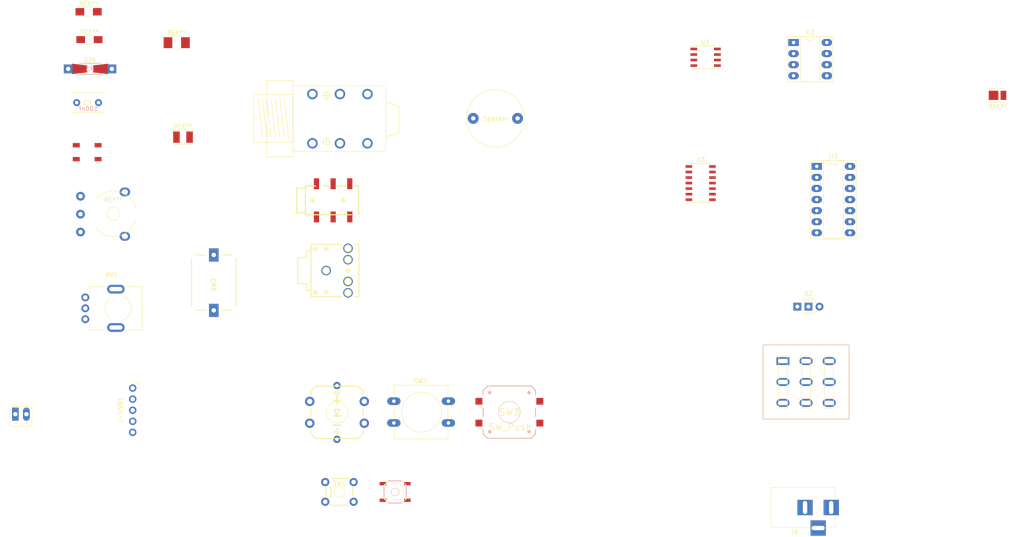
<source format=kicad_pcb>
(kicad_pcb (version 20221018) (generator pcbnew)
  (layers (0 "F.Cu" signal) (31 "B.Cu" signal) (34 "B.Paste" user) (35 "F.Paste" user) (36 "B.SilkS" user "B.Silkscreen") (37 "F.SilkS" user "F.Silkscreen") (38 "B.Mask" user) (39 "F.Mask" user) (44 "Edge.Cuts" user))
  (net 0 "")
  (footprint "8BitMixtape_DIY-CAD:AUDIO-6.5mm-JACK_Stereo_switched" (layer "F.Cu") (at 94.38218 45.52056)
    (fp_text reference "J1")
    (fp_text value "" (at 10.922 1.016) (layer "F.SilkS") (effects (font (size 1.2 1.2) (thickness 0.1524))))
    (fp_line (start -9.25322 -4.25958) (end -0.254 -4.25958) (stroke (width 0.127)) (layer "F.SilkS"))
    (fp_line (start -9.25322 1.24206) (end -9.25322 -4.25958) (stroke (width 0.127)) (layer "F.SilkS"))
    (fp_line (start -9.25322 1.24206) (end -8.35152 1.24206) (stroke (width 0.127)) (layer "F.SilkS"))
    (fp_line (start -9.25322 6.73862) (end -9.25322 1.24206) (stroke (width 0.127)) (layer "F.SilkS"))
    (fp_line (start -8.25246 -3.25882) (end -7.2517 5.73786) (stroke (width 0.127)) (layer "F.SilkS"))
    (fp_line (start -7.2517 -3.25882) (end -6.25348 5.73786) (stroke (width 0.127)) (layer "F.SilkS"))
    (fp_line (start -6.25348 -7.47776) (end -6.25348 10.01776) (stroke (width 0.127)) (layer "F.SilkS"))
    (fp_line (start -6.25348 -7.47776) (end -0.254 -7.47776) (stroke (width 0.127)) (layer "F.SilkS"))
    (fp_line (start -6.25348 -3.25882) (end -5.25272 5.73786) (stroke (width 0.127)) (layer "F.SilkS"))
    (fp_line (start -6.25348 10.01776) (end -0.254 10.01776) (stroke (width 0.127)) (layer "F.SilkS"))
    (fp_line (start -5.25272 -3.25882) (end -4.25196 5.73786) (stroke (width 0.127)) (layer "F.SilkS"))
    (fp_line (start -4.25196 -3.25882) (end -3.25374 5.73786) (stroke (width 0.127)) (layer "F.SilkS"))
    (fp_line (start -3.25374 -3.25882) (end -2.25298 5.73786) (stroke (width 0.127)) (layer "F.SilkS"))
    (fp_line (start -2.25298 -3.25882) (end -1.25222 5.73786) (stroke (width 0.127)) (layer "F.SilkS"))
    (fp_line (start -0.254 -7.47776) (end -0.254 10.01776) (stroke (width 0.127)) (layer "F.SilkS"))
    (fp_line (start -0.254 -4.25958) (end -0.254 6.73862) (stroke (width 0.127)) (layer "F.SilkS"))
    (fp_line (start -0.254 6.73862) (end -9.25322 6.73862) (stroke (width 0.127)) (layer "F.SilkS"))
    (fp_line (start 0 8.76808) (end 20.99818 8.76808) (stroke (width 0.127)) (layer "F.SilkS"))
    (fp_line (start 6.2992 -3.99796) (end 8.49884 -3.99796) (stroke (width 0.127)) (layer "F.SilkS"))
    (fp_line (start 6.2992 6.59892) (end 8.49884 6.59892) (stroke (width 0.127)) (layer "F.SilkS"))
    (fp_line (start 7.39902 -2.89814) (end 7.39902 -5.09778) (stroke (width 0.127)) (layer "F.SilkS"))
    (fp_line (start 7.39902 7.69874) (end 7.39902 5.4991) (stroke (width 0.127)) (layer "F.SilkS"))
    (fp_line (start 20.99818 -6.22808) (end 0 -6.22808) (stroke (width 0.127)) (layer "F.SilkS"))
    (fp_line (start 20.99818 8.128256) (end 20.99818 -5.589306) (stroke (width 0.127)) (layer "F.SilkS"))
    (fp_line (start 23.99792 -1.50368) (end 20.99818 -2.50444) (stroke (width 0.127)) (layer "F.SilkS"))
    (fp_line (start 23.99792 1.49606) (end 23.99792 -1.50368) (stroke (width 0.127)) (layer "F.SilkS"))
    (fp_line (start 23.99792 1.49606) (end 23.99792 4.49326) (stroke (width 0.127)) (layer "F.SilkS"))
    (fp_line (start 23.99792 4.49326) (end 20.99818 5.49148) (stroke (width 0.127)) (layer "F.SilkS"))
    (fp_circle (center 7.39902 -3.99796) (end 7.94766 -4.5466) (stroke (width 0.127)) (fill none) (layer "F.SilkS"))
    (fp_circle (center 7.39902 6.59892) (end 7.94766 7.14756) (stroke (width 0.127)) (fill none) (layer "F.SilkS"))
    (pad "1" thru_hole circle (at 4.19862 -4.34848) (size 2.39776 2.39776) (drill 1.59766) (layers "*.Cu" "*.Mask"))
    (pad "2" thru_hole circle (at 16.79956 -4.34848) (size 2.39776 2.39776) (drill 1.59766) (layers "*.Cu" "*.Mask"))
    (pad "3" thru_hole circle (at 10.49782 -4.34848) (size 2.39776 2.39776) (drill 1.59766) (layers "*.Cu" "*.Mask"))
    (pad "4" thru_hole circle (at 4.19862 6.94944) (size 2.39776 2.39776) (drill 1.59766) (layers "*.Cu" "*.Mask"))
    (pad "5" thru_hole circle (at 16.79956 6.94944) (size 2.39776 2.39776) (drill 1.59766) (layers "*.Cu" "*.Mask"))
    (pad "6" thru_hole circle (at 10.49782 6.94944) (size 2.39776 2.39776) (drill 1.59766) (layers "*.Cu" "*.Mask"))
  )
  (footprint "8BitMixtape_DIY-CAD:AUDIO-JACK-3.5mm_SMD" (layer "F.Cu") (at 96.97 65.55)
    (fp_text reference "J2")
    (fp_text value "")
    (fp_line (start -1.99898 -2.79908) (end -1.99898 2.79908) (stroke (width 0.254)) (layer "F.SilkS"))
    (fp_line (start -1.99898 2.79908) (end 0 2.79908) (stroke (width 0.254)) (layer "F.SilkS"))
    (fp_line (start 0 -3.29946) (end 0 -2.79908) (stroke (width 0.254)) (layer "F.SilkS"))
    (fp_line (start 0 -2.79908) (end -1.99898 -2.79908) (stroke (width 0.254)) (layer "F.SilkS"))
    (fp_line (start 0 -2.79908) (end 0 2.79908) (stroke (width 0.254)) (layer "F.SilkS"))
    (fp_line (start 0 2.79908) (end 0 3.29946) (stroke (width 0.254)) (layer "F.SilkS"))
    (fp_line (start 0 3.29946) (end 0.49784 3.29946) (stroke (width 0.254)) (layer "F.SilkS"))
    (fp_line (start 0.49784 -3.29946) (end 0 -3.29946) (stroke (width 0.254)) (layer "F.SilkS"))
    (fp_line (start 0.49784 -3.29946) (end 2.39776 -3.29946) (stroke (width 0.254)) (layer "F.SilkS"))
    (fp_line (start 0.49784 3.29946) (end 10.49782 3.29946) (stroke (width 0.254)) (layer "F.SilkS"))
    (fp_line (start 0.99822 0) (end 2.19964 0) (stroke (width 0.127)) (layer "F.SilkS"))
    (fp_line (start 1.59766 0.59944) (end 1.59766 -0.59944) (stroke (width 0.127)) (layer "F.SilkS"))
    (fp_line (start 3.99796 -3.29946) (end 5.3975 -3.29946) (stroke (width 0.254)) (layer "F.SilkS"))
    (fp_line (start 6.9977 -3.29946) (end 9.398 -3.29946) (stroke (width 0.254)) (layer "F.SilkS"))
    (fp_line (start 7.99846 0) (end 9.19988 0) (stroke (width 0.127)) (layer "F.SilkS"))
    (fp_line (start 8.5979 0.59944) (end 8.5979 -0.59944) (stroke (width 0.127)) (layer "F.SilkS"))
    (fp_line (start 12.19962 -3.29946) (end 10.9982 -3.29946) (stroke (width 0.254)) (layer "F.SilkS"))
    (fp_line (start 12.19962 -3.29946) (end 12.19962 3.29946) (stroke (width 0.254)) (layer "F.SilkS"))
    (fp_circle (center 1.59766 0) (end 1.89738 0.29972) (stroke (width 0.127)) (fill none) (layer "F.SilkS"))
    (fp_circle (center 8.5979 0) (end 8.89762 0.29972) (stroke (width 0.127)) (fill none) (layer "F.SilkS"))
    (pad "1" smd rect (at 2.54 -3.81) (size 1.19888 2.49936) (layers "F.Cu" "F.Paste" "F.Mask"))
    (pad "2" smd rect (at 10.16 -3.81) (size 1.19888 2.49936) (layers "F.Cu" "F.Paste" "F.Mask"))
    (pad "3" smd rect (at 6.35 -3.81) (size 1.19888 2.49936) (layers "F.Cu" "F.Paste" "F.Mask"))
    (pad "R" smd rect (at 6.35 3.81) (size 1.19888 2.49936) (layers "F.Cu" "F.Paste" "F.Mask"))
    (pad "S" smd rect (at 2.54 3.81) (size 1.19888 2.49936) (layers "F.Cu" "F.Paste" "F.Mask"))
    (pad "T" smd rect (at 10.16 3.81) (size 1.19888 2.49936) (layers "F.Cu" "F.Paste" "F.Mask"))
  )
  (footprint "8BitMixtape_DIY-CAD:AUDIO-Jack_3.5mm_5Pin" (layer "F.Cu") (at 101.73128 81.64936)
    (fp_text reference "J3")
    (fp_text value "")
    (fp_line (start -6.49986 -2.99974) (end -6.49986 2.99974) (stroke (width 0.2032)) (layer "F.SilkS"))
    (fp_line (start -6.49986 -2.99974) (end -4.49834 -2.99974) (stroke (width 0.2032)) (layer "F.SilkS"))
    (fp_line (start -6.49986 2.99974) (end -4.49834 2.99974) (stroke (width 0.2032)) (layer "F.SilkS"))
    (fp_line (start -4.49834 -4.49834) (end -4.49834 -2.99974) (stroke (width 0.2032)) (layer "F.SilkS"))
    (fp_line (start -4.49834 -4.49834) (end -3.49758 -4.49834) (stroke (width 0.2032)) (layer "F.SilkS"))
    (fp_line (start -4.49834 2.99974) (end -4.49834 4.49834) (stroke (width 0.2032)) (layer "F.SilkS"))
    (fp_line (start -4.49834 4.49834) (end -3.49758 4.49834) (stroke (width 0.2032)) (layer "F.SilkS"))
    (fp_line (start -3.49758 -5.99948) (end -3.49758 -4.49834) (stroke (width 0.2032)) (layer "F.SilkS"))
    (fp_line (start -3.49758 -5.99948) (end -3.49758 5.99948) (stroke (width 0.2032)) (layer "F.SilkS"))
    (fp_line (start -3.49758 -5.99948) (end 3.49758 -5.99948) (stroke (width 0.2032)) (layer "F.SilkS"))
    (fp_line (start -3.49758 4.49834) (end -3.49758 5.99948) (stroke (width 0.2032)) (layer "F.SilkS"))
    (fp_line (start -3.49758 5.99948) (end 3.49758 5.99948) (stroke (width 0.2032)) (layer "F.SilkS"))
    (fp_line (start -3.0988 -4.99872) (end -1.89992 -4.99872) (stroke (width 0.127)) (layer "F.SilkS"))
    (fp_line (start -3.0988 4.99872) (end -1.89992 4.99872) (stroke (width 0.127)) (layer "F.SilkS"))
    (fp_line (start -2.49936 -4.39928) (end -2.49936 -5.59816) (stroke (width 0.127)) (layer "F.SilkS"))
    (fp_line (start -2.49936 5.59816) (end -2.49936 4.39928) (stroke (width 0.127)) (layer "F.SilkS"))
    (fp_line (start -0.59944 -4.99872) (end 0.59944 -4.99872) (stroke (width 0.127)) (layer "F.SilkS"))
    (fp_line (start -0.59944 4.99872) (end 0.59944 4.99872) (stroke (width 0.127)) (layer "F.SilkS"))
    (fp_line (start 0 -4.39928) (end 0 -5.59816) (stroke (width 0.127)) (layer "F.SilkS"))
    (fp_line (start 0 5.59816) (end 0 4.39928) (stroke (width 0.127)) (layer "F.SilkS"))
    (fp_line (start 4.39928 0) (end 5.59816 0) (stroke (width 0.127)) (layer "F.SilkS"))
    (fp_line (start 4.99872 0.59944) (end 4.99872 -0.59944) (stroke (width 0.127)) (layer "F.SilkS"))
    (fp_line (start 7.49808 -5.99948) (end 6.49986 -5.99948) (stroke (width 0.2032)) (layer "F.SilkS"))
    (fp_line (start 7.49808 -5.99948) (end 7.49808 5.99948) (stroke (width 0.2032)) (layer "F.SilkS"))
    (fp_line (start 7.49808 5.99948) (end 6.49986 5.99948) (stroke (width 0.2032)) (layer "F.SilkS"))
    (fp_circle (center -2.49936 -4.99872) (end -2.79908 -5.29844) (stroke (width 0.127)) (fill none) (layer "F.SilkS"))
    (fp_circle (center -2.49936 4.99872) (end -2.79908 5.29844) (stroke (width 0.127)) (fill none) (layer "F.SilkS"))
    (fp_circle (center 0 -4.99872) (end -0.29972 -5.29844) (stroke (width 0.127)) (fill none) (layer "F.SilkS"))
    (fp_circle (center 0 0) (end -0.6096 0.6096) (fill solid) (layer "F.SilkS"))
    (fp_circle (center 0 0) (end -0.3302 0.3302) (fill solid) (layer "F.SilkS"))
    (fp_circle (center 0 4.99872) (end -0.29972 5.29844) (stroke (width 0.127)) (fill none) (layer "F.SilkS"))
    (fp_circle (center 4.99872 -5.09778) (end 5.32892 -5.42798) (fill solid) (layer "F.SilkS"))
    (fp_circle (center 4.99872 -5.09778) (end 5.60832 -5.70738) (fill solid) (layer "F.SilkS"))
    (fp_circle (center 4.99872 -2.49936) (end 5.32892 -2.82956) (fill solid) (layer "F.SilkS"))
    (fp_circle (center 4.99872 -2.49936) (end 5.60832 -3.10896) (fill solid) (layer "F.SilkS"))
    (fp_circle (center 4.99872 0) (end 5.29844 0.29972) (stroke (width 0.127)) (fill none) (layer "F.SilkS"))
    (fp_circle (center 4.99872 2.49936) (end 5.32892 2.82956) (fill solid) (layer "F.SilkS"))
    (fp_circle (center 4.99872 2.49936) (end 5.60832 3.10896) (fill solid) (layer "F.SilkS"))
    (fp_circle (center 4.99872 5.09778) (end 5.32892 5.42798) (fill solid) (layer "F.SilkS"))
    (fp_circle (center 4.99872 5.09778) (end 5.60832 5.70738) (fill solid) (layer "F.SilkS"))
    (pad "1" thru_hole circle (at 0 0) (size 2.18186 2.18186) (drill 1.29794) (layers "*.Cu" "*.Mask"))
    (pad "2" thru_hole circle (at 4.99872 5.09778) (size 2.18186 2.18186) (drill 1.29794) (layers "*.Cu" "*.Mask"))
    (pad "3" thru_hole circle (at 4.99872 -5.09778) (size 2.18186 2.18186) (drill 1.29794) (layers "*.Cu" "*.Mask"))
    (pad "5" thru_hole circle (at 4.99872 2.49936) (size 2.18186 2.18186) (drill 1.29794) (layers "*.Cu" "*.Mask"))
    (pad "6" thru_hole circle (at 4.99872 -2.49936) (size 2.18186 2.18186) (drill 1.29794) (layers "*.Cu" "*.Mask"))
  )
  (footprint "8BitMixtape_Stomp:BUZZER" (layer "F.Cu") (at 140.49 46.75)
    (fp_text reference "LS1")
    (fp_text value "Speaker" (at 0.15 0.08) (layer "F.SilkS"))
    (fp_circle (center 0 0) (end 6.604 0) (stroke (width 0.12)) (fill none) (layer "F.SilkS"))
    (pad "1" thru_hole circle (at -5.08 0) (size 2.49936 2.49936) (drill 1.00076) (layers "*.Cu" "*.Mask"))
    (pad "2" thru_hole circle (at 5.08 0) (size 2.49936 2.49936) (drill 1.00076) (layers "*.Cu" "*.Mask"))
  )
  (footprint "8BitMixtape_Stomp:TACTILE-PTH-LED-12MM" (layer "F.Cu") (at 104.21 114.15)
    (fp_text reference "SW3")
    (fp_text value "SW_Push")
    (fp_text user "-" (at 0.04318 0.66548) (layer "F.SilkS") (effects (font (size 2.18186 2.18186) (thickness 0.3302))))
    (fp_text user "-" (at -0.00762 2.79908) (layer "F.SilkS") (effects (font (size 2.18186 2.18186) (thickness 0.3302))))
    (fp_text user "+" (at 0.04318 -2.87782) (layer "F.SilkS") (effects (font (size 2.18186 2.18186) (thickness 0.3302))))
    (fp_line (start -5.99948 -4.84886) (end -4.84886 -5.99948) (stroke (width 0.2032)) (layer "F.SilkS"))
    (fp_line (start -5.99948 -3.99796) (end -5.99948 -4.84886) (stroke (width 0.2032)) (layer "F.SilkS"))
    (fp_line (start -5.99948 0.99822) (end -5.99948 -0.99822) (stroke (width 0.2032)) (layer "F.SilkS"))
    (fp_line (start -5.99948 4.84886) (end -5.99948 3.99796) (stroke (width 0.2032)) (layer "F.SilkS"))
    (fp_line (start -4.84886 -5.99948) (end 4.84886 -5.99948) (stroke (width 0.2032)) (layer "F.SilkS"))
    (fp_line (start -4.84886 5.99948) (end -5.99948 4.84886) (stroke (width 0.2032)) (layer "F.SilkS"))
    (fp_line (start -0.79756 -4.49834) (end 0.79756 -4.49834) (stroke (width 0.127)) (layer "F.SilkS"))
    (fp_line (start -0.79756 4.49834) (end 0.79756 4.49834) (stroke (width 0.127)) (layer "F.SilkS"))
    (fp_line (start -0.635 -0.635) (end 0 0.635) (stroke (width 0.3048)) (layer "F.SilkS"))
    (fp_line (start 0 -3.69824) (end 0 -5.29844) (stroke (width 0.127)) (layer "F.SilkS"))
    (fp_line (start 0 -0.635) (end -0.635 -0.635) (stroke (width 0.3048)) (layer "F.SilkS"))
    (fp_line (start 0 0.635) (end 0.635 -0.635) (stroke (width 0.3048)) (layer "F.SilkS"))
    (fp_line (start 0 5.29844) (end 0 3.69824) (stroke (width 0.127)) (layer "F.SilkS"))
    (fp_line (start 0.635 -0.635) (end 0 -0.635) (stroke (width 0.3048)) (layer "F.SilkS"))
    (fp_line (start 4.84886 -5.99948) (end 5.99948 -4.84886) (stroke (width 0.2032)) (layer "F.SilkS"))
    (fp_line (start 4.84886 5.99948) (end -4.84886 5.99948) (stroke (width 0.2032)) (layer "F.SilkS"))
    (fp_line (start 5.99948 -4.84886) (end 5.99948 -3.99796) (stroke (width 0.2032)) (layer "F.SilkS"))
    (fp_line (start 5.99948 -0.99822) (end 5.99948 0.99822) (stroke (width 0.2032)) (layer "F.SilkS"))
    (fp_line (start 5.99948 3.99796) (end 5.99948 4.84886) (stroke (width 0.2032)) (layer "F.SilkS"))
    (fp_line (start 5.99948 4.84886) (end 4.84886 5.99948) (stroke (width 0.2032)) (layer "F.SilkS"))
    (fp_circle (center 0 -4.49834) (end -0.39878 -4.89712) (stroke (width 0.127)) (fill none) (layer "F.SilkS"))
    (fp_circle (center 0 0) (end -1.74752 1.74752) (stroke (width 0.1016)) (fill none) (layer "F.SilkS"))
    (fp_circle (center 0 4.49834) (end -0.39878 4.89712) (stroke (width 0.127)) (fill none) (layer "F.SilkS"))
    (pad "1" thru_hole circle (at -6.2484 -2.49936) (size 2.159 2.159) (drill 1.19888) (layers "*.Cu" "*.Mask"))
    (pad "1" thru_hole circle (at 6.2484 -2.49936) (size 2.159 2.159) (drill 1.19888) (layers "*.Cu" "*.Mask"))
    (pad "2" thru_hole circle (at -6.2484 2.49936) (size 2.159 2.159) (drill 1.19888) (layers "*.Cu" "*.Mask"))
    (pad "2" thru_hole circle (at 6.2484 2.49936) (size 2.159 2.159) (drill 1.19888) (layers "*.Cu" "*.Mask"))
    (pad "A" thru_hole circle (at -0.01524 -6.13918) (size 1.6764 1.6764) (drill 0.79756) (layers "*.Cu" "*.Mask"))
    (pad "C" thru_hole circle (at -0.01524 6.19252) (size 1.6764 1.6764) (drill 0.79756) (layers "*.Cu" "*.Mask"))
  )
  (footprint "8BitMixtape_Stomp:TACTILE-PTH_6mm" (layer "F.Cu") (at 104.76 132.4)
    (fp_text reference "SW1" (at 0 -2.032) (layer "F.SilkS") (effects (font (thickness 0.127))))
    (fp_text value "SW_Push")
    (fp_line (start -3.048 -1.02616) (end -3.048 1.016) (stroke (width 0.2032)) (layer "F.SilkS"))
    (fp_line (start -2.159 3.048) (end 2.159 3.048) (stroke (width 0.2032)) (layer "F.SilkS"))
    (fp_line (start -2.032 -1.27) (end -2.032 -0.508) (stroke (width 0.2032)) (layer "F.SilkS"))
    (fp_line (start -2.032 -0.508) (end -1.651 0.381) (stroke (width 0.2032)) (layer "F.SilkS"))
    (fp_line (start -2.032 0.508) (end -2.032 1.27) (stroke (width 0.2032)) (layer "F.SilkS"))
    (fp_line (start 2.159 -3.048) (end -2.159 -3.048) (stroke (width 0.2032)) (layer "F.SilkS"))
    (fp_line (start 3.048 -0.99568) (end 3.048 1.016) (stroke (width 0.2032)) (layer "F.SilkS"))
    (fp_circle (center 0 0) (end -0.889 0.889) (stroke (width 0.1016)) (fill none) (layer "F.SilkS"))
    (pad "1" thru_hole circle (at -3.2512 -2.2606) (size 1.8796 1.8796) (drill 1.016) (layers "*.Cu" "*.Mask"))
    (pad "1" thru_hole circle (at 3.2512 -2.2606) (size 1.8796 1.8796) (drill 1.016) (layers "*.Cu" "*.Mask"))
    (pad "2" thru_hole circle (at -3.2512 2.2606) (size 1.8796 1.8796) (drill 1.016) (layers "*.Cu" "*.Mask"))
    (pad "2" thru_hole circle (at 3.2512 2.2606) (size 1.8796 1.8796) (drill 1.016) (layers "*.Cu" "*.Mask"))
  )
  (footprint "8BitMixtape_Stomp:Socket_Strip_USB" (layer "F.Cu") (at 57.4 108.59)
    (fp_text reference "J-USB1" (at -2.794 5.08 270) (layer "F.SilkS"))
    (fp_text value "CONN_01X05")
    (fp_line (start 0 -1.27) (end 1.27 -1.27) (stroke (width 0.12)) (layer "F.SilkS"))
    (fp_line (start 1.27 -1.27) (end 1.27 0) (stroke (width 0.12)) (layer "F.SilkS"))
    (pad "1" thru_hole circle (at 0 0) (size 1.7 1.7) (drill 1) (layers "*.Cu" "*.Mask"))
    (pad "2" thru_hole oval (at 0 2.54) (size 1.7 1.7) (drill 1) (layers "*.Cu" "*.Mask"))
    (pad "3" thru_hole oval (at 0 5.08) (size 1.7 1.7) (drill 1) (layers "*.Cu" "*.Mask"))
    (pad "4" thru_hole oval (at 0 7.62) (size 1.7 1.7) (drill 1) (layers "*.Cu" "*.Mask"))
    (pad "5" thru_hole oval (at 0 10.16) (size 1.7 1.7) (drill 1) (layers "*.Cu" "*.Mask"))
  )
  (footprint "8BitMixtape_Stomp:SW_PUSH-12mm_3D" (layer "F.Cu") (at 123.59 114.13)
    (fp_text reference "SW2" (at -0.2827 -7.2) (layer "F.SilkS"))
    (fp_text value "SW_Push")
    (fp_line (start -6.2627 -6.19) (end 6.0373 -6.19) (stroke (width 0.12)) (layer "F.SilkS"))
    (fp_line (start -6.2627 -3.47) (end -6.2627 -6.19) (stroke (width 0.12)) (layer "F.SilkS"))
    (fp_line (start -6.2627 1.53) (end -6.2627 -1.61) (stroke (width 0.12)) (layer "F.SilkS"))
    (fp_line (start -6.2627 6.11) (end -6.2627 3.39) (stroke (width 0.12)) (layer "F.SilkS"))
    (fp_line (start 6.0373 -6.19) (end 6.0373 -3.47) (stroke (width 0.12)) (layer "F.SilkS"))
    (fp_line (start 6.0373 -1.61) (end 6.0373 1.53) (stroke (width 0.12)) (layer "F.SilkS"))
    (fp_line (start 6.0373 3.39) (end 6.0373 6.11) (stroke (width 0.12)) (layer "F.SilkS"))
    (fp_line (start 6.0373 6.11) (end -6.2627 6.11) (stroke (width 0.12)) (layer "F.SilkS"))
    (fp_circle (center -0.0127 0) (end 3.7973 2.54) (stroke (width 0.12)) (fill none) (layer "F.SilkS"))
    (pad "1" thru_hole oval (at -6.3627 -2.54) (size 3.048 1.7272) (drill 0.8128) (layers "*.Cu" "*.Mask"))
    (pad "1" thru_hole oval (at 6.1373 -2.54) (size 3.048 1.7272) (drill 0.8128) (layers "*.Cu" "*.Mask"))
    (pad "2" thru_hole oval (at -6.3627 2.46) (size 3.048 1.7272) (drill 0.8128) (layers "*.Cu" "*.Mask"))
    (pad "2" thru_hole oval (at 6.1373 2.46) (size 3.048 1.7272) (drill 0.8128) (layers "*.Cu" "*.Mask"))
  )
  (footprint "8BitMixtape_Stomp:Resistor_SMD+THTuniversal" (layer "F.Cu") (at 47.64 35.41)
    (fp_text reference "R3" (at 0 0) (layer "B.SilkS") (effects (justify mirror)))
    (fp_text value "22K" (at 0 -2.032) (layer "F.SilkS"))
    (fp_line (start -2.54 -1.27) (end 2.54 -1.27) (stroke (width 0.15)) (layer "B.SilkS"))
    (fp_line (start -2.54 1.27) (end 2.54 1.27) (stroke (width 0.15)) (layer "B.SilkS"))
    (pad "1" thru_hole rect (at -5.00126 0 180) (size 1.99898 1.99898) (drill 1.00076) (layers "*.Cu" "*.Mask"))
    (pad "1" smd trapezoid (at -2.413 0) (size 3.50012 1.99898) (rect_delta 0.39878 0) (layers "F.Cu" "F.Paste" "F.Mask"))
    (pad "2" smd trapezoid (at 2.413 0 180) (size 3.50012 1.99898) (rect_delta 0.39878 0) (layers "F.Cu" "F.Paste" "F.Mask"))
    (pad "2" thru_hole rect (at 5.00126 0 180) (size 1.99898 1.99898) (drill 1.00076) (layers "*.Cu" "*.Mask"))
  )
  (footprint "8BitMixtape_Stomp:Mixtape_Pot_Alps_RK09K_Horizontal" (layer "F.Cu") (at 46.55 92.8)
    (fp_text reference "RV1" (at 6.05 -10.15) (layer "F.SilkS"))
    (fp_text value "POT 10K lin")
    (fp_line (start 0.94 -7.461) (end 0.94 -5.825) (stroke (width 0.12)) (layer "F.SilkS"))
    (fp_line (start 0.94 -7.461) (end 4.806 -7.461) (stroke (width 0.12)) (layer "F.SilkS"))
    (fp_line (start 0.94 -4.175) (end 0.94 -3.325) (stroke (width 0.12)) (layer "F.SilkS"))
    (fp_line (start 0.94 -1.675) (end 0.94 -0.825) (stroke (width 0.12)) (layer "F.SilkS"))
    (fp_line (start 0.94 0.825) (end 0.94 2.46) (stroke (width 0.12)) (layer "F.SilkS"))
    (fp_line (start 0.94 2.46) (end 4.806 2.46) (stroke (width 0.12)) (layer "F.SilkS"))
    (fp_line (start 9.195 -7.461) (end 13.06 -7.461) (stroke (width 0.12)) (layer "F.SilkS"))
    (fp_line (start 9.195 2.46) (end 13.06 2.46) (stroke (width 0.12)) (layer "F.SilkS"))
    (fp_line (start 13.06 -7.461) (end 13.06 2.46) (stroke (width 0.12)) (layer "F.SilkS"))
    (fp_arc (start 5.571705 -0.202247) (mid 4.500335 -2.500192) (end 5.572 -4.798) (stroke (width 0.12)) (layer "F.SilkS"))
    (fp_arc (start 8.671982 -5.262432) (mid 10.500762 -2.500553) (end 8.673 0.262) (stroke (width 0.12)) (layer "F.SilkS"))
    (pad "" np_thru_hole oval (at 7 -6.9) (size 4 2) (drill oval 3 1) (layers "*.Cu" "*.Mask"))
    (pad "" np_thru_hole oval (at 7 1.9) (size 4 2) (drill oval 3 1) (layers "*.Cu" "*.Mask"))
    (pad "1" thru_hole circle (at 0 0) (size 1.8 1.8) (drill 1) (layers "*.Cu" "*.Mask"))
    (pad "2" thru_hole circle (at 0 -2.5) (size 1.8 1.8) (drill 1) (layers "*.Cu" "*.Mask"))
    (pad "3" thru_hole circle (at 0 -5) (size 1.8 1.8) (drill 1) (layers "*.Cu" "*.Mask"))
  )
  (footprint "8BitMixtape_Stomp:Mixtape_NEO_WS2812B" (layer "F.Cu") (at 46.98 54.51)
    (fp_text reference "" (at 0 6.35) (layer "F.SilkS"))
    (fp_text value "NEO")
    (pad "1" smd rect (at -2.5 -1.6) (size 1.6 1) (layers "F.Cu" "F.Paste" "F.Mask"))
    (pad "2" smd rect (at -2.5 1.6) (size 1.6 1) (layers "F.Cu" "F.Paste" "F.Mask"))
    (pad "3" smd rect (at 2.5 1.6) (size 1.6 1) (layers "F.Cu" "F.Paste" "F.Mask"))
    (pad "4" smd rect (at 2.5 -1.6) (size 1.6 1) (layers "F.Cu" "F.Paste" "F.Mask"))
  )
  (footprint "8BitMixtape_Stomp:Capacitor" (layer "F.Cu") (at 44.58 43.14)
    (fp_text reference "C1" (at 2.54 0) (layer "F.SilkS"))
    (fp_text value "100nF" (at 2.54 1.4) (layer "B.SilkS") (effects (justify mirror)))
    (fp_line (start -1.31 -2.26) (end 6.31 -2.26) (stroke (width 0.12)) (layer "F.SilkS"))
    (fp_line (start -1.31 2.26) (end 6.31 2.26) (stroke (width 0.12)) (layer "F.SilkS"))
    (pad "1" thru_hole circle (at 0 0) (size 1.6 1.6) (drill 0.8) (layers "*.Cu" "*.Mask"))
    (pad "2" thru_hole circle (at 5 0) (size 1.6 1.6) (drill 0.8) (layers "*.Cu" "*.Mask"))
  )
  (footprint "8BitMixtape_Stomp:Bat_connector+-" (layer "F.Cu") (at 30.52 114.57)
    (fp_text reference "BT1")
    (fp_text value "Battery_Cell")
    (fp_text user "+" (at 2.54 2.032) (layer "F.SilkS"))
    (fp_text user "-" (at 0 2.032) (layer "F.SilkS"))
    (fp_line (start -1.27 -1.778) (end -1.27 2.794) (stroke (width 0.12)) (layer "F.SilkS"))
    (fp_line (start -1.27 -1.778) (end 3.81 -1.778) (stroke (width 0.12)) (layer "F.SilkS"))
    (fp_line (start 3.81 -1.778) (end 3.81 2.794) (stroke (width 0.12)) (layer "F.SilkS"))
    (fp_line (start 3.81 2.794) (end -1.27 2.794) (stroke (width 0.12)) (layer "F.SilkS"))
    (pad "1" thru_hole oval (at 2.54 0) (size 1.51 3.01) (drill 1) (layers "*.Cu" "*.Mask"))
    (pad "2" thru_hole rect (at 0 0) (size 1.51 3.01) (drill 1) (layers "*.Cu" "*.Mask"))
  )
  (footprint "8BitMixtapes_all:C_1206_mixtapeStyle" (layer "F.Cu") (at 47.49 28.69)
    (fp_text reference "REF**" (at 0 -1.75) (layer "F.SilkS"))
    (fp_text value "C_1206_HandSoldering")
    (fp_line (start -1 1.02) (end 1 1.02) (stroke (width 0.12)) (layer "F.SilkS"))
    (fp_line (start 1 -1.02) (end -1 -1.02) (stroke (width 0.12)) (layer "F.SilkS"))
    (pad "1" smd rect (at -2 0) (size 2 1.6) (layers "F.Cu" "F.Paste" "F.Mask"))
    (pad "2" smd rect (at 2 0) (size 2 1.6) (layers "F.Cu" "F.Paste" "F.Mask"))
  )
  (footprint "8BitMixtapes_all:TACTILE-SMD-12MM" (layer "F.Cu") (at 143.69 114.12)
    (fp_text reference "SW3" (at 0 0) (layer "F.SilkS") (effects (font (size 1.524 1.524))))
    (fp_text value "SW_Push" (at 0.18288 3.41376) (layer "F.SilkS") (effects (font (size 1.524 1.524))))
    (fp_line (start -5.99948 -3.99796) (end -5.99948 -4.99872) (stroke (width 0.2032)) (layer "B.SilkS"))
    (fp_line (start -5.99948 0.99822) (end -5.99948 -0.99822) (stroke (width 0.2032)) (layer "B.SilkS"))
    (fp_line (start -5.99948 4.99872) (end -5.99948 3.99796) (stroke (width 0.2032)) (layer "B.SilkS"))
    (fp_line (start -5.99948 4.99872) (end -4.99872 5.99948) (stroke (width 0.2032)) (layer "B.SilkS"))
    (fp_line (start -4.99872 -5.99948) (end -5.99948 -4.99872) (stroke (width 0.2032)) (layer "B.SilkS"))
    (fp_line (start -4.99872 -5.99948) (end 4.99872 -5.99948) (stroke (width 0.2032)) (layer "B.SilkS"))
    (fp_line (start 4.99872 5.99948) (end -4.99872 5.99948) (stroke (width 0.2032)) (layer "B.SilkS"))
    (fp_line (start 5.99948 -4.99872) (end 4.99872 -5.99948) (stroke (width 0.2032)) (layer "B.SilkS"))
    (fp_line (start 5.99948 -4.99872) (end 5.99948 -3.99796) (stroke (width 0.2032)) (layer "B.SilkS"))
    (fp_line (start 5.99948 -0.99822) (end 5.99948 0.99822) (stroke (width 0.2032)) (layer "B.SilkS"))
    (fp_line (start 5.99948 3.99796) (end 5.99948 4.99872) (stroke (width 0.2032)) (layer "B.SilkS"))
    (fp_line (start 5.99948 4.99872) (end 4.99872 5.99948) (stroke (width 0.2032)) (layer "B.SilkS"))
    (fp_circle (center -4.49834 -4.49834) (end -4.6482 -4.6482) (stroke (width 0.34798)) (fill none) (layer "B.SilkS"))
    (fp_circle (center -4.49834 4.49834) (end -4.6482 4.6482) (stroke (width 0.34798)) (fill none) (layer "B.SilkS"))
    (fp_circle (center 0 0) (end -1.74752 1.74752) (stroke (width 0.1016)) (fill none) (layer "B.SilkS"))
    (fp_circle (center 4.49834 -4.49834) (end 4.6482 -4.6482) (stroke (width 0.34798)) (fill none) (layer "B.SilkS"))
    (fp_circle (center 4.49834 4.49834) (end 4.6482 4.6482) (stroke (width 0.34798)) (fill none) (layer "B.SilkS"))
    (pad "1" smd rect (at -6.97484 2.49936) (size 1.59766 1.5494) (layers "F.Cu" "F.Paste" "F.Mask"))
    (pad "1" smd rect (at 6.97484 2.49936) (size 1.59766 1.5494) (layers "F.Cu" "F.Paste" "F.Mask"))
    (pad "2" smd rect (at -6.97484 -2.49936) (size 1.59766 1.5494) (layers "F.Cu" "F.Paste" "F.Mask"))
    (pad "2" smd rect (at 6.97484 -2.49936) (size 1.59766 1.5494) (layers "F.Cu" "F.Paste" "F.Mask"))
  )
  (footprint "SparkFun-Electromechanical:TACTILE-SWITCH-SMD" (layer "F.Cu") (at 117.52 132.41)
    (fp_text reference ">NAME" (at 0.127 -1.9812) (layer "B.SilkS") (effects (font (size 0.4064 0.4064) (thickness 0.0254))))
    (fp_text value ">VALUE" (at 0.3302 1.8288) (layer "B.SilkS") (effects (font (size 0.4064 0.4064) (thickness 0.0254))))
    (fp_line (start -2.54 1.23952) (end -2.54 -1.27) (stroke (width 0.2032)) (layer "B.SilkS"))
    (fp_line (start -1.53924 -2.54) (end 1.53924 -2.54) (stroke (width 0.2032)) (layer "B.SilkS"))
    (fp_line (start 1.53924 2.54) (end -1.53924 2.54) (stroke (width 0.2032)) (layer "B.SilkS"))
    (fp_line (start 2.54 -1.23952) (end 2.54 1.23952) (stroke (width 0.2032)) (layer "B.SilkS"))
    (fp_circle (center 0 0) (end -0.635 0.635) (stroke (width 0.1016)) (fill none) (layer "B.SilkS"))
    (fp_line (start -2.54 -1.53924) (end -1.53924 -2.54) (stroke (width 0.2032)) (layer "F.SilkS"))
    (fp_line (start -1.53924 2.54) (end -2.54 1.53924) (stroke (width 0.2032)) (layer "F.SilkS"))
    (fp_line (start 1.53924 -2.54) (end 2.54 -1.53924) (stroke (width 0.2032)) (layer "F.SilkS"))
    (fp_line (start 1.905 -1.27) (end 1.905 -0.4445) (stroke (width 0.127)) (layer "F.SilkS"))
    (fp_line (start 1.905 -0.4445) (end 2.159 0.00762) (stroke (width 0.127)) (layer "F.SilkS"))
    (fp_line (start 1.905 0.2286) (end 1.905 1.11252) (stroke (width 0.127)) (layer "F.SilkS"))
    (fp_line (start 2.54 1.53924) (end 1.53924 2.54) (stroke (width 0.2032)) (layer "F.SilkS"))
    (pad "1" smd rect (at -2.794 -1.905 90) (size 0.762 1.524) (layers "F.Cu" "F.Paste" "F.Mask"))
    (pad "2" smd rect (at 2.794 -1.905 90) (size 0.762 1.524) (layers "F.Cu" "F.Paste" "F.Mask"))
    (pad "3" smd rect (at -2.794 1.905 90) (size 0.762 1.524) (layers "F.Cu" "F.Paste" "F.Mask"))
    (pad "4" smd rect (at 2.794 1.905 90) (size 0.762 1.524) (layers "F.Cu" "F.Paste" "F.Mask"))
  )
  (footprint "Housings_SOIC:SOIC-8_3.9x4.9mm_Pitch1.27mm" (layer "F.Cu") (at 188.64 32.745)
    (fp_text reference "U1" (at 0 -3.5) (layer "F.SilkS"))
    (fp_text value "ATTINY85-20PU")
    (fp_line (start -2.075 -2.575) (end -2.075 -2.525) (stroke (width 0.15)) (layer "F.SilkS"))
    (fp_line (start -2.075 -2.575) (end 2.075 -2.575) (stroke (width 0.15)) (layer "F.SilkS"))
    (fp_line (start -2.075 -2.525) (end -3.475 -2.525) (stroke (width 0.15)) (layer "F.SilkS"))
    (fp_line (start -2.075 2.575) (end -2.075 2.43) (stroke (width 0.15)) (layer "F.SilkS"))
    (fp_line (start -2.075 2.575) (end 2.075 2.575) (stroke (width 0.15)) (layer "F.SilkS"))
    (fp_line (start 2.075 -2.575) (end 2.075 -2.43) (stroke (width 0.15)) (layer "F.SilkS"))
    (fp_line (start 2.075 2.575) (end 2.075 2.43) (stroke (width 0.15)) (layer "F.SilkS"))
    (pad "1" smd rect (at -2.7 -1.905) (size 1.55 0.6) (layers "F.Cu" "F.Paste" "F.Mask"))
    (pad "2" smd rect (at -2.7 -0.635) (size 1.55 0.6) (layers "F.Cu" "F.Paste" "F.Mask"))
    (pad "3" smd rect (at -2.7 0.635) (size 1.55 0.6) (layers "F.Cu" "F.Paste" "F.Mask"))
    (pad "4" smd rect (at -2.7 1.905) (size 1.55 0.6) (layers "F.Cu" "F.Paste" "F.Mask"))
    (pad "5" smd rect (at 2.7 1.905) (size 1.55 0.6) (layers "F.Cu" "F.Paste" "F.Mask"))
    (pad "6" smd rect (at 2.7 0.635) (size 1.55 0.6) (layers "F.Cu" "F.Paste" "F.Mask"))
    (pad "7" smd rect (at 2.7 -0.635) (size 1.55 0.6) (layers "F.Cu" "F.Paste" "F.Mask"))
    (pad "8" smd rect (at 2.7 -1.905) (size 1.55 0.6) (layers "F.Cu" "F.Paste" "F.Mask"))
  )
  (footprint "Housings_DIP:DIP-8_W7.62mm_Socket_LongPads" (layer "F.Cu") (at 208.79 29.36)
    (fp_text reference "U2" (at 3.81 -2.33) (layer "F.SilkS"))
    (fp_text value "ATTINY85-20SU")
    (fp_line (start -1.44 -1.39) (end -1.44 9.01) (stroke (width 0.12)) (layer "F.SilkS"))
    (fp_line (start -1.44 9.01) (end 9.06 9.01) (stroke (width 0.12)) (layer "F.SilkS"))
    (fp_line (start 1.56 -1.33) (end 1.56 8.95) (stroke (width 0.12)) (layer "F.SilkS"))
    (fp_line (start 1.56 8.95) (end 6.06 8.95) (stroke (width 0.12)) (layer "F.SilkS"))
    (fp_line (start 2.81 -1.33) (end 1.56 -1.33) (stroke (width 0.12)) (layer "F.SilkS"))
    (fp_line (start 6.06 -1.33) (end 4.81 -1.33) (stroke (width 0.12)) (layer "F.SilkS"))
    (fp_line (start 6.06 8.95) (end 6.06 -1.33) (stroke (width 0.12)) (layer "F.SilkS"))
    (fp_line (start 9.06 -1.39) (end -1.44 -1.39) (stroke (width 0.12)) (layer "F.SilkS"))
    (fp_line (start 9.06 9.01) (end 9.06 -1.39) (stroke (width 0.12)) (layer "F.SilkS"))
    (fp_arc (start 4.81 -1.33) (mid 3.81 -0.33) (end 2.81 -1.33) (stroke (width 0.12)) (layer "F.SilkS"))
    (pad "1" thru_hole rect (at 0 0) (size 2.4 1.6) (drill 0.8) (layers "*.Cu" "*.Mask"))
    (pad "2" thru_hole oval (at 0 2.54) (size 2.4 1.6) (drill 0.8) (layers "*.Cu" "*.Mask"))
    (pad "3" thru_hole oval (at 0 5.08) (size 2.4 1.6) (drill 0.8) (layers "*.Cu" "*.Mask"))
    (pad "4" thru_hole oval (at 0 7.62) (size 2.4 1.6) (drill 0.8) (layers "*.Cu" "*.Mask"))
    (pad "5" thru_hole oval (at 7.62 7.62) (size 2.4 1.6) (drill 0.8) (layers "*.Cu" "*.Mask"))
    (pad "6" thru_hole oval (at 7.62 5.08) (size 2.4 1.6) (drill 0.8) (layers "*.Cu" "*.Mask"))
    (pad "7" thru_hole oval (at 7.62 2.54) (size 2.4 1.6) (drill 0.8) (layers "*.Cu" "*.Mask"))
    (pad "8" thru_hole oval (at 7.62 0) (size 2.4 1.6) (drill 0.8) (layers "*.Cu" "*.Mask"))
  )
  (footprint "Housings_DIP:DIP-14_W7.62mm_Socket_LongPads" (layer "F.Cu") (at 214.1 57.75)
    (fp_text reference "U3" (at 3.81 -2.33) (layer "F.SilkS"))
    (fp_text value "4011")
    (fp_line (start -1.44 -1.39) (end -1.44 16.63) (stroke (width 0.12)) (layer "F.SilkS"))
    (fp_line (start -1.44 16.63) (end 9.06 16.63) (stroke (width 0.12)) (layer "F.SilkS"))
    (fp_line (start 1.56 -1.33) (end 1.56 16.57) (stroke (width 0.12)) (layer "F.SilkS"))
    (fp_line (start 1.56 16.57) (end 6.06 16.57) (stroke (width 0.12)) (layer "F.SilkS"))
    (fp_line (start 2.81 -1.33) (end 1.56 -1.33) (stroke (width 0.12)) (layer "F.SilkS"))
    (fp_line (start 6.06 -1.33) (end 4.81 -1.33) (stroke (width 0.12)) (layer "F.SilkS"))
    (fp_line (start 6.06 16.57) (end 6.06 -1.33) (stroke (width 0.12)) (layer "F.SilkS"))
    (fp_line (start 9.06 -1.39) (end -1.44 -1.39) (stroke (width 0.12)) (layer "F.SilkS"))
    (fp_line (start 9.06 16.63) (end 9.06 -1.39) (stroke (width 0.12)) (layer "F.SilkS"))
    (fp_arc (start 4.81 -1.33) (mid 3.81 -0.33) (end 2.81 -1.33) (stroke (width 0.12)) (layer "F.SilkS"))
    (pad "1" thru_hole rect (at 0 0) (size 2.4 1.6) (drill 0.8) (layers "*.Cu" "*.Mask"))
    (pad "2" thru_hole oval (at 0 2.54) (size 2.4 1.6) (drill 0.8) (layers "*.Cu" "*.Mask"))
    (pad "3" thru_hole oval (at 0 5.08) (size 2.4 1.6) (drill 0.8) (layers "*.Cu" "*.Mask"))
    (pad "4" thru_hole oval (at 0 7.62) (size 2.4 1.6) (drill 0.8) (layers "*.Cu" "*.Mask"))
    (pad "5" thru_hole oval (at 0 10.16) (size 2.4 1.6) (drill 0.8) (layers "*.Cu" "*.Mask"))
    (pad "6" thru_hole oval (at 0 12.7) (size 2.4 1.6) (drill 0.8) (layers "*.Cu" "*.Mask"))
    (pad "7" thru_hole oval (at 0 15.24) (size 2.4 1.6) (drill 0.8) (layers "*.Cu" "*.Mask"))
    (pad "8" thru_hole oval (at 7.62 15.24) (size 2.4 1.6) (drill 0.8) (layers "*.Cu" "*.Mask"))
    (pad "9" thru_hole oval (at 7.62 12.7) (size 2.4 1.6) (drill 0.8) (layers "*.Cu" "*.Mask"))
    (pad "10" thru_hole oval (at 7.62 10.16) (size 2.4 1.6) (drill 0.8) (layers "*.Cu" "*.Mask"))
    (pad "11" thru_hole oval (at 7.62 7.62) (size 2.4 1.6) (drill 0.8) (layers "*.Cu" "*.Mask"))
    (pad "12" thru_hole oval (at 7.62 5.08) (size 2.4 1.6) (drill 0.8) (layers "*.Cu" "*.Mask"))
    (pad "13" thru_hole oval (at 7.62 2.54) (size 2.4 1.6) (drill 0.8) (layers "*.Cu" "*.Mask"))
    (pad "14" thru_hole oval (at 7.62 0) (size 2.4 1.6) (drill 0.8) (layers "*.Cu" "*.Mask"))
  )
  (footprint "Housings_SOIC:SOIC-14_3.9x8.7mm_Pitch1.27mm" (layer "F.Cu") (at 187.51 61.59)
    (fp_text reference "U3" (at 0 -5.375) (layer "F.SilkS"))
    (fp_text value "4011")
    (fp_line (start -2.075 -4.45) (end -2.075 -4.425) (stroke (width 0.15)) (layer "F.SilkS"))
    (fp_line (start -2.075 -4.45) (end 2.075 -4.45) (stroke (width 0.15)) (layer "F.SilkS"))
    (fp_line (start -2.075 -4.425) (end -3.45 -4.425) (stroke (width 0.15)) (layer "F.SilkS"))
    (fp_line (start -2.075 4.45) (end -2.075 4.335) (stroke (width 0.15)) (layer "F.SilkS"))
    (fp_line (start -2.075 4.45) (end 2.075 4.45) (stroke (width 0.15)) (layer "F.SilkS"))
    (fp_line (start 2.075 -4.45) (end 2.075 -4.335) (stroke (width 0.15)) (layer "F.SilkS"))
    (fp_line (start 2.075 4.45) (end 2.075 4.335) (stroke (width 0.15)) (layer "F.SilkS"))
    (pad "1" smd rect (at -2.7 -3.81) (size 1.5 0.6) (layers "F.Cu" "F.Paste" "F.Mask"))
    (pad "2" smd rect (at -2.7 -2.54) (size 1.5 0.6) (layers "F.Cu" "F.Paste" "F.Mask"))
    (pad "3" smd rect (at -2.7 -1.27) (size 1.5 0.6) (layers "F.Cu" "F.Paste" "F.Mask"))
    (pad "4" smd rect (at -2.7 0) (size 1.5 0.6) (layers "F.Cu" "F.Paste" "F.Mask"))
    (pad "5" smd rect (at -2.7 1.27) (size 1.5 0.6) (layers "F.Cu" "F.Paste" "F.Mask"))
    (pad "6" smd rect (at -2.7 2.54) (size 1.5 0.6) (layers "F.Cu" "F.Paste" "F.Mask"))
    (pad "7" smd rect (at -2.7 3.81) (size 1.5 0.6) (layers "F.Cu" "F.Paste" "F.Mask"))
    (pad "8" smd rect (at 2.7 3.81) (size 1.5 0.6) (layers "F.Cu" "F.Paste" "F.Mask"))
    (pad "9" smd rect (at 2.7 2.54) (size 1.5 0.6) (layers "F.Cu" "F.Paste" "F.Mask"))
    (pad "10" smd rect (at 2.7 1.27) (size 1.5 0.6) (layers "F.Cu" "F.Paste" "F.Mask"))
    (pad "11" smd rect (at 2.7 0) (size 1.5 0.6) (layers "F.Cu" "F.Paste" "F.Mask"))
    (pad "12" smd rect (at 2.7 -1.27) (size 1.5 0.6) (layers "F.Cu" "F.Paste" "F.Mask"))
    (pad "13" smd rect (at 2.7 -2.54) (size 1.5 0.6) (layers "F.Cu" "F.Paste" "F.Mask"))
    (pad "14" smd rect (at 2.7 -3.81) (size 1.5 0.6) (layers "F.Cu" "F.Paste" "F.Mask"))
  )
  (footprint "8BitMixtape_Stomp:8BitMixtape_STOMP-SWITCH-3PDT" (layer "F.Cu") (at 211.66 107.19)
    (fp_text reference "SW5")
    (fp_text value "SW_3PDT")
    (fp_line (start -9.84758 -8.49884) (end 9.84758 -8.49884) (stroke (width 0.127)) (layer "B.SilkS"))
    (fp_line (start -9.84758 8.49884) (end -9.84758 -8.49884) (stroke (width 0.127)) (layer "B.SilkS"))
    (fp_line (start 9.84758 -8.49884) (end 9.84758 8.49884) (stroke (width 0.127)) (layer "B.SilkS"))
    (fp_line (start 9.84758 8.49884) (end -9.84758 8.49884) (stroke (width 0.127)) (layer "B.SilkS"))
    (fp_line (start -9.84758 -8.49884) (end -9.84758 8.49884) (stroke (width 0.127)) (layer "F.SilkS"))
    (fp_line (start -9.84758 8.49884) (end 9.84758 8.49884) (stroke (width 0.127)) (layer "F.SilkS"))
    (fp_line (start -6.2992 -5.99948) (end -6.2992 5.99948) (stroke (width 0.127)) (layer "F.SilkS"))
    (fp_line (start -6.2992 5.99948) (end -4.29768 5.99948) (stroke (width 0.127)) (layer "F.SilkS"))
    (fp_line (start -4.29768 -5.99948) (end -6.2992 -5.99948) (stroke (width 0.127)) (layer "F.SilkS"))
    (fp_line (start -4.29768 5.99948) (end -4.29768 -5.99948) (stroke (width 0.127)) (layer "F.SilkS"))
    (fp_line (start -0.99822 -5.99948) (end 0.99822 -5.99948) (stroke (width 0.127)) (layer "F.SilkS"))
    (fp_line (start -0.99822 5.99948) (end -0.99822 -5.99948) (stroke (width 0.127)) (layer "F.SilkS"))
    (fp_line (start 0.99822 -5.99948) (end 0.99822 5.99948) (stroke (width 0.127)) (layer "F.SilkS"))
    (fp_line (start 0.99822 5.99948) (end -0.99822 5.99948) (stroke (width 0.127)) (layer "F.SilkS"))
    (fp_line (start 4.29768 -5.99948) (end 4.29768 5.99948) (stroke (width 0.127)) (layer "F.SilkS"))
    (fp_line (start 4.29768 5.99948) (end 6.2992 5.99948) (stroke (width 0.127)) (layer "F.SilkS"))
    (fp_line (start 6.2992 -5.99948) (end 4.29768 -5.99948) (stroke (width 0.127)) (layer "F.SilkS"))
    (fp_line (start 6.2992 5.99948) (end 6.2992 -5.99948) (stroke (width 0.127)) (layer "F.SilkS"))
    (fp_line (start 9.84758 -8.49884) (end -9.84758 -8.49884) (stroke (width 0.127)) (layer "F.SilkS"))
    (fp_line (start 9.84758 8.49884) (end 9.84758 -8.49884) (stroke (width 0.127)) (layer "F.SilkS"))
    (fp_circle (center 0 0) (end -3.048 3.048) (stroke (width 0.0635)) (fill none) (layer "F.SilkS"))
    (pad "1" thru_hole rect (at -5.29844 -4.79806 90) (size 1.8 3) (drill oval 1 2.2) (layers "*.Cu" "*.Mask"))
    (pad "2" thru_hole oval (at -5.29844 0 90) (size 1.8 3) (drill oval 1 2.2) (layers "*.Cu" "*.Mask"))
    (pad "3" thru_hole oval (at -5.29844 4.79806 90) (size 1.8 3) (drill oval 1 2.2) (layers "*.Cu" "*.Mask"))
    (pad "4" thru_hole oval (at 0 -4.79806 90) (size 1.8 3) (drill oval 1 2.2) (layers "*.Cu" "*.Mask"))
    (pad "5" thru_hole oval (at 0 0 90) (size 1.8 3) (drill oval 1 2.2) (layers "*.Cu" "*.Mask"))
    (pad "6" thru_hole oval (at 0 4.79806 90) (size 1.8 3) (drill oval 1 2.2) (layers "*.Cu" "*.Mask"))
    (pad "7" thru_hole oval (at 5.29844 -4.79806 90) (size 1.8 3) (drill oval 1 2.2) (layers "*.Cu" "*.Mask"))
    (pad "8" thru_hole oval (at 5.29844 0 90) (size 1.8 3) (drill oval 1 2.2) (layers "*.Cu" "*.Mask"))
    (pad "9" thru_hole oval (at 5.29844 4.79806 90) (size 1.8 3) (drill oval 1 2.2) (layers "*.Cu" "*.Mask"))
  )
  (footprint "8BitMixtape_Stomp:9V_BARREL_JACK" (layer "F.Cu") (at 217.42 135.98)
    (fp_text reference "J9" (at -8.45 5.75 180) (layer "F.SilkS"))
    (fp_text value "BARREL_JACK")
    (fp_line (start -13.8 -4.6) (end 0.9 -4.6) (stroke (width 0.12)) (layer "F.SilkS"))
    (fp_line (start -13.8 4.6) (end -13.8 -4.6) (stroke (width 0.12)) (layer "F.SilkS"))
    (fp_line (start -5 4.6) (end -13.8 4.6) (stroke (width 0.12)) (layer "F.SilkS"))
    (fp_line (start 0.9 -4.6) (end 0.9 -2) (stroke (width 0.12)) (layer "F.SilkS"))
    (fp_line (start 0.9 1.9) (end 0.9 4.6) (stroke (width 0.12)) (layer "F.SilkS"))
    (fp_line (start 0.9 4.6) (end -1 4.6) (stroke (width 0.12)) (layer "F.SilkS"))
    (pad "1" thru_hole rect (at 0 0) (size 3.5 3.5) (drill oval 1 3) (layers "*.Cu" "*.Mask"))
    (pad "2" thru_hole rect (at -6 0) (size 3.5 3.5) (drill oval 1 3) (layers "*.Cu" "*.Mask"))
    (pad "3" thru_hole rect (at -3 4.7) (size 3.5 3.5) (drill oval 3 1) (layers "*.Cu" "*.Mask"))
  )
  (footprint "8BitMixtape_Stomp:Stomp_LED-Ring_DUAL" (layer "F.Cu") (at 209.65 89.91)
    (fp_text reference "D2" (at 2.54 -2.96) (layer "F.SilkS"))
    (fp_text value "LED_Dual_AAC")
    (fp_line (start 0.98 -1.236) (end 0.98 -1.08) (stroke (width 0.12)) (layer "F.SilkS"))
    (fp_line (start 0.98 1.08) (end 0.98 1.236) (stroke (width 0.12)) (layer "F.SilkS"))
    (fp_arc (start 0.98 -1.235516) (mid 2.636487 -1.987659) (end 4.212335 -1.078608) (stroke (width 0.12)) (layer "F.SilkS"))
    (fp_arc (start 1.499039 -1.08) (mid 2.540117 -1.5) (end 3.58113 -1.079837) (stroke (width 0.12)) (layer "F.SilkS"))
    (fp_arc (start 3.58113 1.079837) (mid 2.540117 1.5) (end 1.499039 1.08) (stroke (width 0.12)) (layer "F.SilkS"))
    (fp_arc (start 4.212335 1.078608) (mid 2.636487 1.987659) (end 0.98 1.235516) (stroke (width 0.12)) (layer "F.SilkS"))
    (pad "1" thru_hole rect (at 0 0) (size 1.8 1.8) (drill 0.9) (layers "*.Cu" "*.Mask"))
    (pad "2" thru_hole rect (at 2.54 0) (size 1.8 1.8) (drill 0.9) (layers "*.Cu" "*.Mask"))
    (pad "3" thru_hole circle (at 5.08 0) (size 1.8 1.8) (drill 0.9) (layers "*.Cu" "*.Mask"))
  )
  (footprint "LEDs:LED_PLCC_2835" (layer "F.Cu") (at 255.73 41.47)
    (fp_text reference "REF**" (at -0.18 2.6) (layer "F.SilkS"))
    (fp_text value "LED_PLCC_2835")
    (fp_line (start 1.2 -1.6) (end -2.2 -1.6) (stroke (width 0.12)) (layer "F.SilkS"))
    (fp_line (start 1.2 1.6) (end -2.2 1.6) (stroke (width 0.12)) (layer "F.SilkS"))
    (pad "1" smd rect (at -1.13 0 180) (size 2.2 2.1) (layers "F.Cu" "F.Paste" "F.Mask"))
    (pad "2" smd rect (at 1.13 0 180) (size 1.3 2.1) (layers "F.Cu" "F.Paste" "F.Mask"))
  )
  (footprint "Capacitors_SMD:C_1210_HandSoldering" (layer "F.Cu") (at 67.49 29.39)
    (fp_text reference "REF**" (at 0 -2.25) (layer "F.SilkS"))
    (fp_text value "C_1210_HandSoldering")
    (fp_line (start -1 1.48) (end 1 1.48) (stroke (width 0.12)) (layer "F.SilkS"))
    (fp_line (start 1 -1.48) (end -1 -1.48) (stroke (width 0.12)) (layer "F.SilkS"))
    (pad "1" smd rect (at -2 0) (size 2 2.5) (layers "F.Cu" "F.Paste" "F.Mask"))
    (pad "2" smd rect (at 2 0) (size 2 2.5) (layers "F.Cu" "F.Paste" "F.Mask"))
  )
  (footprint "Resistors_SMD:R_1206_HandSoldering" (layer "F.Cu") (at 47.3 22.31)
    (fp_text reference "REF**" (at 0 -1.85) (layer "F.SilkS"))
    (fp_text value "R_1206_HandSoldering")
    (fp_line (start -1 -1.07) (end 1 -1.07) (stroke (width 0.12)) (layer "F.SilkS"))
    (fp_line (start 1 1.07) (end -1 1.07) (stroke (width 0.12)) (layer "F.SilkS"))
    (pad "1" smd rect (at -2 0) (size 2 1.7) (layers "F.Cu" "F.Paste" "F.Mask"))
    (pad "2" smd rect (at 2 0) (size 2 1.7) (layers "F.Cu" "F.Paste" "F.Mask"))
  )
  (footprint "8BitMixtape_Stomp:Push_SWITCH-Square" (layer "F.Cu") (at 75.98 83.15)
    (fp_text reference "SW2" (at 0 1.778 270) (layer "F.SilkS") (effects (font (thickness 0.1778))))
    (fp_text value "SW_SPST")
    (fp_line (start -5.08 -4.318) (end -5.08 6.604) (stroke (width 0.2032)) (layer "F.SilkS"))
    (fp_line (start -1.778 7.62) (end -4.09448 7.62) (stroke (width 0.2032)) (layer "F.SilkS"))
    (fp_line (start -1.74752 -5.08) (end -4.064 -5.08) (stroke (width 0.2032)) (layer "F.SilkS"))
    (fp_line (start 4.064 -5.08) (end 1.74752 -5.08) (stroke (width 0.2032)) (layer "F.SilkS"))
    (fp_line (start 4.064 7.62) (end 1.74752 7.62) (stroke (width 0.2032)) (layer "F.SilkS"))
    (fp_line (start 5.08 6.604) (end 5.08 -4.318) (stroke (width 0.2032)) (layer "F.SilkS"))
    (pad "1" thru_hole rect (at 0 -5.08) (size 2.2 3) (drill 1.016) (layers "*.Cu" "*.Mask"))
    (pad "2" thru_hole rect (at 0 7.62) (size 2.2 3) (drill 1.016) (layers "*.Cu" "*.Mask"))
  )
  (footprint "8BitMixtape_Stomp:Potentiometer_wheel" (layer "F.Cu") (at 53.07 68.71)
    (fp_text reference "REF**" (at -0.08 -3.302) (layer "F.SilkS"))
    (fp_text value "Potentiometer_wheel")
    (fp_arc (start -4.070617 -3.459947) (mid 1.137378 -5.176079) (end 4.997 -1.281) (stroke (width 0.12)) (layer "F.SilkS"))
    (fp_arc (start 0.010657 5.099257) (mid -2.157749 4.667817) (end -3.952 3.376) (stroke (width 0.12)) (layer "F.SilkS"))
    (fp_arc (start 4.928173 1.326071) (mid 3.055456 4.050891) (end -0.08 5.1) (stroke (width 0.12)) (layer "F.SilkS"))
    (fp_circle (center -0.08 -0.11) (end 1.42 -0.11) (stroke (width 0.12)) (fill none) (layer "F.SilkS"))
    (pad "" thru_hole oval (at 2.54 -5.08) (size 2.4 2) (drill oval 1.4 1.2) (layers "*.Cu" "*.Mask"))
    (pad "" thru_hole oval (at 2.54 5.08) (size 2.4 2) (drill oval 1.4 1.2) (layers "*.Cu" "*.Mask"))
    (pad "1" thru_hole circle (at -7.62 4.1) (size 2 2) (drill 1) (layers "*.Cu" "*.Mask"))
    (pad "2" thru_hole circle (at -7.62 0) (size 2 2) (drill 1) (layers "*.Cu" "*.Mask"))
    (pad "3" thru_hole circle (at -7.62 -4.1) (size 2 2) (drill 1) (layers "*.Cu" "*.Mask"))
  )
  (footprint "LEDs:LED_PLCC-2" (layer "F.Cu") (at 68.93 51.06)
    (fp_text reference "REF**" (at 0 -2.5) (layer "F.SilkS"))
    (fp_text value "LED_PLCC-2")
    (fp_line (start -2.4 -1.6) (end -2.4 -0.8) (stroke (width 0.12)) (layer "F.SilkS"))
    (fp_line (start 2.25 -1.6) (end -2.4 -1.6) (stroke (width 0.12)) (layer "F.SilkS"))
    (fp_line (start 2.25 1.6) (end -2.4 1.6) (stroke (width 0.12)) (layer "F.SilkS"))
    (pad "1" smd rect (at -1.5 0) (size 1.5 2.6) (layers "F.Cu" "F.Paste" "F.Mask"))
    (pad "2" smd rect (at 1.5 0) (size 1.5 2.6) (layers "F.Cu" "F.Paste" "F.Mask"))
  )
)
</source>
